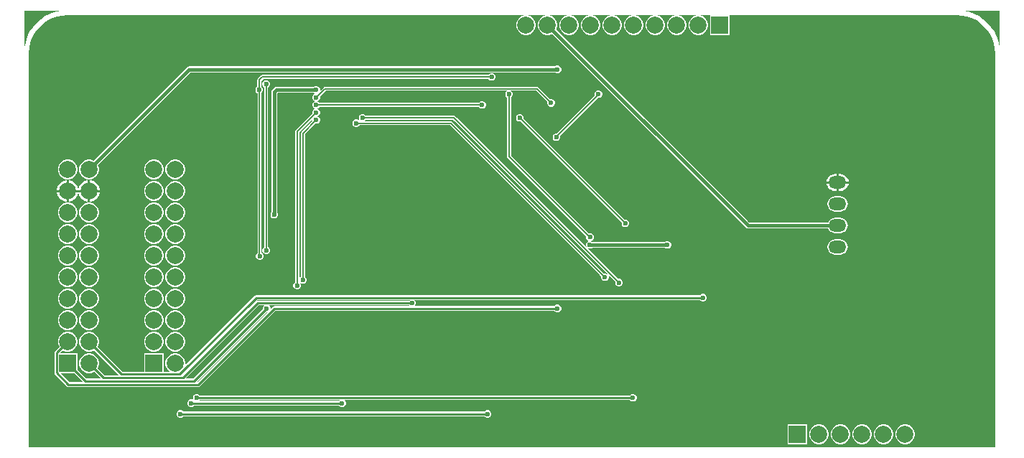
<source format=gbl>
G04*
G04 #@! TF.GenerationSoftware,Altium Limited,Altium Designer,21.2.0 (30)*
G04*
G04 Layer_Physical_Order=2*
G04 Layer_Color=16711680*
%FSLAX25Y25*%
%MOIN*%
G70*
G04*
G04 #@! TF.SameCoordinates,50EEE562-DE44-4F6C-8D0E-6D451127BC4F*
G04*
G04*
G04 #@! TF.FilePolarity,Positive*
G04*
G01*
G75*
%ADD12C,0.01000*%
%ADD43C,0.01500*%
%ADD44C,0.00600*%
%ADD46O,0.08268X0.05906*%
%ADD47C,0.07874*%
%ADD48R,0.07874X0.07874*%
%ADD49R,0.07874X0.07874*%
%ADD50C,0.02362*%
G36*
X435367Y202477D02*
X437623Y202028D01*
X439802Y201289D01*
X441865Y200271D01*
X443778Y198993D01*
X445508Y197476D01*
X447025Y195747D01*
X448303Y193834D01*
X449321Y191770D01*
X450060Y189592D01*
X450509Y187335D01*
X450657Y185074D01*
X450650Y185039D01*
X450650Y2106D01*
X2106D01*
X2106Y185039D01*
X2106Y185039D01*
X2106D01*
X2099Y185074D01*
X2247Y187335D01*
X2696Y189592D01*
X3435Y191770D01*
X4453Y193834D01*
X5731Y195747D01*
X7248Y197476D01*
X8978Y198993D01*
X10891Y200271D01*
X12954Y201289D01*
X15133Y202028D01*
X17389Y202477D01*
X19650Y202625D01*
X19685Y202619D01*
X433071D01*
X433106Y202625D01*
X435367Y202477D01*
D02*
G37*
G36*
X17095Y204713D02*
X14549Y204206D01*
X12091Y203372D01*
X9763Y202224D01*
X7605Y200782D01*
X5654Y199071D01*
X3942Y197119D01*
X2500Y194961D01*
X1352Y192633D01*
X518Y190175D01*
X12Y187629D01*
X0Y187454D01*
Y204724D01*
X17271D01*
X17095Y204713D01*
D02*
G37*
G36*
X452756Y187454D02*
X452744Y187629D01*
X452238Y190175D01*
X451404Y192633D01*
X450256Y194961D01*
X448814Y197119D01*
X447102Y199071D01*
X445151Y200782D01*
X442992Y202224D01*
X440665Y203372D01*
X438207Y204206D01*
X435661Y204713D01*
X435485Y204724D01*
X452756D01*
Y187454D01*
D02*
G37*
%LPC*%
G36*
X327372Y202561D02*
X318298D01*
Y193487D01*
X327372D01*
Y202561D01*
D02*
G37*
G36*
X313432D02*
X312237D01*
X311083Y202251D01*
X310049Y201654D01*
X309204Y200809D01*
X308607Y199775D01*
X308298Y198621D01*
Y197426D01*
X308607Y196272D01*
X309204Y195238D01*
X310049Y194393D01*
X311083Y193796D01*
X312237Y193487D01*
X313432D01*
X314586Y193796D01*
X315620Y194393D01*
X316465Y195238D01*
X317062Y196272D01*
X317372Y197426D01*
Y198621D01*
X317062Y199775D01*
X316465Y200809D01*
X315620Y201654D01*
X314586Y202251D01*
X313432Y202561D01*
D02*
G37*
G36*
X303432D02*
X302237D01*
X301083Y202251D01*
X300049Y201654D01*
X299204Y200809D01*
X298607Y199775D01*
X298298Y198621D01*
Y197426D01*
X298607Y196272D01*
X299204Y195238D01*
X300049Y194393D01*
X301083Y193796D01*
X302237Y193487D01*
X303432D01*
X304586Y193796D01*
X305620Y194393D01*
X306465Y195238D01*
X307063Y196272D01*
X307372Y197426D01*
Y198621D01*
X307063Y199775D01*
X306465Y200809D01*
X305620Y201654D01*
X304586Y202251D01*
X303432Y202561D01*
D02*
G37*
G36*
X293432D02*
X292237D01*
X291083Y202251D01*
X290049Y201654D01*
X289204Y200809D01*
X288607Y199775D01*
X288298Y198621D01*
Y197426D01*
X288607Y196272D01*
X289204Y195238D01*
X290049Y194393D01*
X291083Y193796D01*
X292237Y193487D01*
X293432D01*
X294586Y193796D01*
X295620Y194393D01*
X296465Y195238D01*
X297062Y196272D01*
X297372Y197426D01*
Y198621D01*
X297062Y199775D01*
X296465Y200809D01*
X295620Y201654D01*
X294586Y202251D01*
X293432Y202561D01*
D02*
G37*
G36*
X283432D02*
X282237D01*
X281083Y202251D01*
X280049Y201654D01*
X279204Y200809D01*
X278607Y199775D01*
X278298Y198621D01*
Y197426D01*
X278607Y196272D01*
X279204Y195238D01*
X280049Y194393D01*
X281083Y193796D01*
X282237Y193487D01*
X283432D01*
X284586Y193796D01*
X285620Y194393D01*
X286465Y195238D01*
X287063Y196272D01*
X287372Y197426D01*
Y198621D01*
X287063Y199775D01*
X286465Y200809D01*
X285620Y201654D01*
X284586Y202251D01*
X283432Y202561D01*
D02*
G37*
G36*
X273432D02*
X272237D01*
X271083Y202251D01*
X270049Y201654D01*
X269204Y200809D01*
X268607Y199775D01*
X268298Y198621D01*
Y197426D01*
X268607Y196272D01*
X269204Y195238D01*
X270049Y194393D01*
X271083Y193796D01*
X272237Y193487D01*
X273432D01*
X274586Y193796D01*
X275620Y194393D01*
X276465Y195238D01*
X277063Y196272D01*
X277372Y197426D01*
Y198621D01*
X277063Y199775D01*
X276465Y200809D01*
X275620Y201654D01*
X274586Y202251D01*
X273432Y202561D01*
D02*
G37*
G36*
X263432D02*
X262237D01*
X261083Y202251D01*
X260049Y201654D01*
X259204Y200809D01*
X258607Y199775D01*
X258298Y198621D01*
Y197426D01*
X258607Y196272D01*
X259204Y195238D01*
X260049Y194393D01*
X261083Y193796D01*
X262237Y193487D01*
X263432D01*
X264586Y193796D01*
X265620Y194393D01*
X266465Y195238D01*
X267062Y196272D01*
X267372Y197426D01*
Y198621D01*
X267062Y199775D01*
X266465Y200809D01*
X265620Y201654D01*
X264586Y202251D01*
X263432Y202561D01*
D02*
G37*
G36*
X253432D02*
X252237D01*
X251083Y202251D01*
X250049Y201654D01*
X249204Y200809D01*
X248607Y199775D01*
X248298Y198621D01*
Y197426D01*
X248607Y196272D01*
X249204Y195238D01*
X250049Y194393D01*
X251083Y193796D01*
X252237Y193487D01*
X253432D01*
X254586Y193796D01*
X255620Y194393D01*
X256465Y195238D01*
X257063Y196272D01*
X257372Y197426D01*
Y198621D01*
X257063Y199775D01*
X256465Y200809D01*
X255620Y201654D01*
X254586Y202251D01*
X253432Y202561D01*
D02*
G37*
G36*
X233432D02*
X232237D01*
X231083Y202251D01*
X230049Y201654D01*
X229204Y200809D01*
X228607Y199775D01*
X228298Y198621D01*
Y197426D01*
X228607Y196272D01*
X229204Y195238D01*
X230049Y194393D01*
X231083Y193796D01*
X232237Y193487D01*
X233432D01*
X234586Y193796D01*
X235620Y194393D01*
X236465Y195238D01*
X237063Y196272D01*
X237372Y197426D01*
Y198621D01*
X237063Y199775D01*
X236465Y200809D01*
X235620Y201654D01*
X234586Y202251D01*
X233432Y202561D01*
D02*
G37*
G36*
X247854Y179281D02*
X247146D01*
X246491Y179010D01*
X246358Y178876D01*
X76476D01*
X76476Y178876D01*
X75950Y178772D01*
X75503Y178473D01*
X75503Y178473D01*
X32087Y135057D01*
X31751Y135251D01*
X30597Y135561D01*
X29403D01*
X28249Y135251D01*
X27214Y134654D01*
X26370Y133809D01*
X25772Y132775D01*
X25463Y131621D01*
Y130426D01*
X25772Y129272D01*
X26370Y128238D01*
X27214Y127393D01*
X28249Y126796D01*
X29403Y126487D01*
X30597D01*
X31751Y126796D01*
X32786Y127393D01*
X33630Y128238D01*
X34228Y129272D01*
X34537Y130426D01*
Y131621D01*
X34228Y132775D01*
X34034Y133111D01*
X77047Y176124D01*
X246358D01*
X246491Y175990D01*
X247146Y175719D01*
X247854D01*
X248509Y175990D01*
X249010Y176491D01*
X249281Y177146D01*
Y177854D01*
X249010Y178509D01*
X248509Y179010D01*
X247854Y179281D01*
D02*
G37*
G36*
X217354Y175781D02*
X216646D01*
X215991Y175510D01*
X215490Y175009D01*
X215452Y174918D01*
X110500D01*
X110149Y174848D01*
X109851Y174649D01*
X108432Y173230D01*
X108233Y172932D01*
X108163Y172581D01*
Y169581D01*
X107991Y169510D01*
X107490Y169009D01*
X107219Y168354D01*
Y167646D01*
X107490Y166991D01*
X107991Y166490D01*
X108193Y166407D01*
Y92212D01*
X107711Y91729D01*
X107439Y91075D01*
Y90366D01*
X107711Y89712D01*
X108212Y89210D01*
X108866Y88939D01*
X109575D01*
X110229Y89210D01*
X110730Y89712D01*
X111002Y90366D01*
Y91075D01*
X110730Y91729D01*
X110229Y92230D01*
X110028Y92314D01*
Y166509D01*
X110510Y166991D01*
X110781Y167646D01*
Y168354D01*
X110510Y169009D01*
X110009Y169510D01*
X109999Y169514D01*
Y172201D01*
X110880Y173082D01*
X215452D01*
X215490Y172991D01*
X215991Y172490D01*
X216646Y172219D01*
X217354D01*
X218009Y172490D01*
X218510Y172991D01*
X218781Y173646D01*
Y174354D01*
X218510Y175009D01*
X218009Y175510D01*
X217354Y175781D01*
D02*
G37*
G36*
X135854Y169781D02*
X135146D01*
X134491Y169510D01*
X134358Y169376D01*
X117000D01*
X116473Y169272D01*
X116294Y169152D01*
X116027Y168973D01*
X116027Y168973D01*
X115027Y167973D01*
X114728Y167527D01*
X114624Y167000D01*
Y111142D01*
X114490Y111009D01*
X114219Y110354D01*
Y109646D01*
X114490Y108991D01*
X114991Y108490D01*
X115646Y108219D01*
X116354D01*
X117009Y108490D01*
X117510Y108991D01*
X117781Y109646D01*
Y110354D01*
X117510Y111009D01*
X117376Y111142D01*
Y166430D01*
X117570Y166624D01*
X134358D01*
X134491Y166490D01*
X135071Y166250D01*
X134491Y166010D01*
X133990Y165509D01*
X133719Y164854D01*
Y164146D01*
X133990Y163491D01*
X134491Y162990D01*
X135071Y162750D01*
X134491Y162510D01*
X133990Y162009D01*
X133719Y161354D01*
Y160646D01*
X133990Y159991D01*
X134491Y159490D01*
X135071Y159250D01*
X134491Y159010D01*
X133990Y158509D01*
X133719Y157854D01*
Y157146D01*
X133757Y157054D01*
X125961Y149259D01*
X125762Y148961D01*
X125693Y148610D01*
Y78658D01*
X125601Y78620D01*
X125100Y78119D01*
X124829Y77464D01*
Y76756D01*
X125100Y76101D01*
X125601Y75600D01*
X126256Y75329D01*
X126964D01*
X127619Y75600D01*
X128120Y76101D01*
X128391Y76756D01*
Y77464D01*
X128120Y78119D01*
X127619Y78620D01*
X127528Y78658D01*
Y148230D01*
X133766Y154469D01*
X133719Y154354D01*
Y153646D01*
X133757Y153554D01*
X128666Y148463D01*
X128467Y148166D01*
X128397Y147814D01*
Y81233D01*
X128305Y81196D01*
X127805Y80695D01*
X127533Y80040D01*
Y79331D01*
X127805Y78677D01*
X128305Y78176D01*
X128960Y77904D01*
X129669D01*
X130323Y78176D01*
X130824Y78677D01*
X131096Y79331D01*
Y80040D01*
X130824Y80695D01*
X130323Y81196D01*
X130232Y81233D01*
Y147434D01*
X135054Y152257D01*
X135146Y152219D01*
X135854D01*
X136509Y152490D01*
X137010Y152991D01*
X137281Y153646D01*
Y154354D01*
X137010Y155009D01*
X136509Y155510D01*
X135929Y155750D01*
X136509Y155990D01*
X137010Y156491D01*
X137281Y157146D01*
Y157854D01*
X137010Y158509D01*
X136509Y159010D01*
X135929Y159250D01*
X136509Y159490D01*
X137010Y159991D01*
X137047Y160081D01*
X210954D01*
X210992Y159989D01*
X211493Y159488D01*
X212148Y159217D01*
X212857D01*
X213511Y159488D01*
X214012Y159989D01*
X214283Y160643D01*
Y161352D01*
X214012Y162007D01*
X213511Y162508D01*
X212857Y162779D01*
X212148D01*
X211493Y162508D01*
X210992Y162007D01*
X210955Y161916D01*
X137048D01*
X137010Y162009D01*
X136509Y162510D01*
X135929Y162750D01*
X136509Y162990D01*
X137010Y163491D01*
X137281Y164146D01*
Y164854D01*
X137243Y164946D01*
X139880Y167582D01*
X224166D01*
X223991Y167510D01*
X223490Y167009D01*
X223219Y166354D01*
Y165646D01*
X223490Y164991D01*
X223991Y164490D01*
X224082Y164452D01*
Y137000D01*
X224152Y136649D01*
X224351Y136351D01*
X260773Y99929D01*
X260759Y99894D01*
Y99186D01*
X261030Y98531D01*
X261531Y98030D01*
X262139Y97778D01*
X261491Y97510D01*
X260990Y97009D01*
X260719Y96354D01*
Y95646D01*
X260990Y94991D01*
X261491Y94490D01*
X262146Y94219D01*
X262854D01*
X263509Y94490D01*
X263673Y94655D01*
X297326D01*
X297491Y94490D01*
X298146Y94219D01*
X298854D01*
X299509Y94490D01*
X300010Y94991D01*
X300281Y95646D01*
Y96354D01*
X300010Y97009D01*
X299509Y97510D01*
X298854Y97781D01*
X298146D01*
X297491Y97510D01*
X297389Y97408D01*
X263611D01*
X263509Y97510D01*
X262901Y97762D01*
X263549Y98030D01*
X264050Y98531D01*
X264321Y99186D01*
Y99894D01*
X264050Y100549D01*
X263549Y101050D01*
X262894Y101321D01*
X262186D01*
X262038Y101260D01*
X225918Y137380D01*
Y164452D01*
X226009Y164490D01*
X226510Y164991D01*
X226781Y165646D01*
Y166354D01*
X226510Y167009D01*
X226009Y167510D01*
X225834Y167582D01*
X237636D01*
X242790Y162428D01*
X242719Y162257D01*
Y161549D01*
X242990Y160894D01*
X243491Y160393D01*
X244146Y160122D01*
X244854D01*
X245509Y160393D01*
X246010Y160894D01*
X246281Y161549D01*
Y162257D01*
X246010Y162912D01*
X245509Y163413D01*
X244854Y163684D01*
X244146D01*
X244134Y163679D01*
X238665Y169149D01*
X238367Y169348D01*
X238016Y169418D01*
X139500D01*
X139207Y169359D01*
X139149Y169348D01*
X138851Y169149D01*
X137234Y167532D01*
X137281Y167646D01*
Y168354D01*
X137010Y169009D01*
X136509Y169510D01*
X135854Y169781D01*
D02*
G37*
G36*
X157354Y156781D02*
X156646D01*
X155991Y156510D01*
X155490Y156009D01*
X155219Y155354D01*
Y154646D01*
X155490Y153991D01*
X155991Y153490D01*
X156166Y153418D01*
X155548D01*
X155510Y153509D01*
X155009Y154010D01*
X154354Y154281D01*
X153646D01*
X152991Y154010D01*
X152490Y153509D01*
X152219Y152854D01*
Y152146D01*
X152490Y151491D01*
X152991Y150990D01*
X153646Y150719D01*
X154354D01*
X155009Y150990D01*
X155510Y151491D01*
X155548Y151582D01*
X197620D01*
X267757Y81446D01*
X267719Y81354D01*
Y80646D01*
X267990Y79991D01*
X268491Y79490D01*
X269146Y79219D01*
X269854D01*
X270509Y79490D01*
X271010Y79991D01*
X271281Y80646D01*
Y81354D01*
X271010Y82009D01*
X270509Y82510D01*
X269854Y82781D01*
X269146D01*
X269054Y82743D01*
X198649Y153149D01*
X198351Y153348D01*
X198000Y153418D01*
X157834D01*
X158009Y153490D01*
X158510Y153991D01*
X158548Y154082D01*
X199120D01*
X274257Y78946D01*
X274219Y78854D01*
Y78146D01*
X274490Y77491D01*
X274991Y76990D01*
X275646Y76719D01*
X276354D01*
X277009Y76990D01*
X277510Y77491D01*
X277781Y78146D01*
Y78854D01*
X277510Y79509D01*
X277009Y80010D01*
X276354Y80281D01*
X275646D01*
X275554Y80243D01*
X200149Y155649D01*
X199851Y155848D01*
X199500Y155918D01*
X158548D01*
X158510Y156009D01*
X158009Y156510D01*
X157354Y156781D01*
D02*
G37*
G36*
X266854Y167781D02*
X266146D01*
X265491Y167510D01*
X264990Y167009D01*
X264719Y166354D01*
Y165646D01*
X264830Y165378D01*
X247233Y147781D01*
X246646D01*
X245991Y147510D01*
X245490Y147009D01*
X245219Y146354D01*
Y145646D01*
X245490Y144991D01*
X245991Y144490D01*
X246646Y144219D01*
X247354D01*
X248009Y144490D01*
X248510Y144991D01*
X248781Y145646D01*
Y146354D01*
X248670Y146622D01*
X266267Y164219D01*
X266854D01*
X267509Y164490D01*
X268010Y164991D01*
X268281Y165646D01*
Y166354D01*
X268010Y167009D01*
X267509Y167510D01*
X266854Y167781D01*
D02*
G37*
G36*
X70597Y135561D02*
X69403D01*
X68249Y135251D01*
X67214Y134654D01*
X66369Y133809D01*
X65772Y132775D01*
X65463Y131621D01*
Y130426D01*
X65772Y129272D01*
X66369Y128238D01*
X67214Y127393D01*
X68249Y126796D01*
X69403Y126487D01*
X70597D01*
X71751Y126796D01*
X72786Y127393D01*
X73630Y128238D01*
X74228Y129272D01*
X74537Y130426D01*
Y131621D01*
X74228Y132775D01*
X73630Y133809D01*
X72786Y134654D01*
X71751Y135251D01*
X70597Y135561D01*
D02*
G37*
G36*
X60697D02*
X59502D01*
X58348Y135251D01*
X57313Y134654D01*
X56469Y133809D01*
X55871Y132775D01*
X55562Y131621D01*
Y130426D01*
X55871Y129272D01*
X56469Y128238D01*
X57313Y127393D01*
X58348Y126796D01*
X59502Y126487D01*
X60697D01*
X61850Y126796D01*
X62885Y127393D01*
X63730Y128238D01*
X64327Y129272D01*
X64636Y130426D01*
Y131621D01*
X64327Y132775D01*
X63730Y133809D01*
X62885Y134654D01*
X61850Y135251D01*
X60697Y135561D01*
D02*
G37*
G36*
X20696D02*
X19502D01*
X18348Y135251D01*
X17313Y134654D01*
X16469Y133809D01*
X15871Y132775D01*
X15562Y131621D01*
Y130426D01*
X15871Y129272D01*
X16469Y128238D01*
X17313Y127393D01*
X18348Y126796D01*
X19502Y126487D01*
X20696D01*
X21850Y126796D01*
X22885Y127393D01*
X23730Y128238D01*
X24327Y129272D01*
X24636Y130426D01*
Y131621D01*
X24327Y132775D01*
X23730Y133809D01*
X22885Y134654D01*
X21850Y135251D01*
X20696Y135561D01*
D02*
G37*
G36*
X378681Y128987D02*
X378000D01*
Y125500D01*
X382602D01*
X382532Y126032D01*
X382134Y126993D01*
X381500Y127819D01*
X380675Y128453D01*
X379713Y128851D01*
X378681Y128987D01*
D02*
G37*
G36*
X377000D02*
X376319D01*
X375287Y128851D01*
X374325Y128453D01*
X373500Y127819D01*
X372866Y126993D01*
X372468Y126032D01*
X372398Y125500D01*
X377000D01*
Y128987D01*
D02*
G37*
G36*
X30650Y125961D02*
X30500D01*
Y121524D01*
X34937D01*
Y121674D01*
X34600Y122929D01*
X33950Y124055D01*
X33031Y124974D01*
X31906Y125624D01*
X30650Y125961D01*
D02*
G37*
G36*
X20749D02*
X20599D01*
Y121524D01*
X25036D01*
Y121674D01*
X24700Y122929D01*
X24050Y124055D01*
X23131Y124974D01*
X22005Y125624D01*
X20749Y125961D01*
D02*
G37*
G36*
X29500D02*
X29350D01*
X28094Y125624D01*
X26969Y124974D01*
X26049Y124055D01*
X25399Y122929D01*
X25063Y121674D01*
Y121524D01*
X29500D01*
Y125961D01*
D02*
G37*
G36*
X19599D02*
X19449D01*
X18193Y125624D01*
X17068Y124974D01*
X16149Y124055D01*
X15499Y122929D01*
X15162Y121674D01*
Y121524D01*
X19599D01*
Y125961D01*
D02*
G37*
G36*
X382602Y124500D02*
X378000D01*
Y121013D01*
X378681D01*
X379713Y121149D01*
X380675Y121547D01*
X381500Y122181D01*
X382134Y123007D01*
X382532Y123968D01*
X382602Y124500D01*
D02*
G37*
G36*
X377000D02*
X372398D01*
X372468Y123968D01*
X372866Y123007D01*
X373500Y122181D01*
X374325Y121547D01*
X375287Y121149D01*
X376319Y121013D01*
X377000D01*
Y124500D01*
D02*
G37*
G36*
X70597Y125561D02*
X69403D01*
X68249Y125251D01*
X67214Y124654D01*
X66369Y123809D01*
X65772Y122775D01*
X65463Y121621D01*
Y120426D01*
X65772Y119272D01*
X66369Y118238D01*
X67214Y117393D01*
X68249Y116796D01*
X69403Y116487D01*
X70597D01*
X71751Y116796D01*
X72786Y117393D01*
X73630Y118238D01*
X74228Y119272D01*
X74537Y120426D01*
Y121621D01*
X74228Y122775D01*
X73630Y123809D01*
X72786Y124654D01*
X71751Y125251D01*
X70597Y125561D01*
D02*
G37*
G36*
X60697D02*
X59502D01*
X58348Y125251D01*
X57313Y124654D01*
X56469Y123809D01*
X55871Y122775D01*
X55562Y121621D01*
Y120426D01*
X55871Y119272D01*
X56469Y118238D01*
X57313Y117393D01*
X58348Y116796D01*
X59502Y116487D01*
X60697D01*
X61850Y116796D01*
X62885Y117393D01*
X63730Y118238D01*
X64327Y119272D01*
X64636Y120426D01*
Y121621D01*
X64327Y122775D01*
X63730Y123809D01*
X62885Y124654D01*
X61850Y125251D01*
X60697Y125561D01*
D02*
G37*
G36*
X34937Y120524D02*
X30500D01*
Y116087D01*
X30650D01*
X31906Y116423D01*
X33031Y117073D01*
X33950Y117992D01*
X34600Y119118D01*
X34937Y120374D01*
Y120524D01*
D02*
G37*
G36*
X29500D02*
X25063D01*
Y120374D01*
X25399Y119118D01*
X26049Y117992D01*
X26969Y117073D01*
X28094Y116423D01*
X29350Y116087D01*
X29500D01*
Y120524D01*
D02*
G37*
G36*
X25036D02*
X20599D01*
Y116087D01*
X20749D01*
X22005Y116423D01*
X23131Y117073D01*
X24050Y117992D01*
X24700Y119118D01*
X25036Y120374D01*
Y120524D01*
D02*
G37*
G36*
X19599D02*
X15162D01*
Y120374D01*
X15499Y119118D01*
X16149Y117992D01*
X17068Y117073D01*
X18193Y116423D01*
X19449Y116087D01*
X19599D01*
Y120524D01*
D02*
G37*
G36*
X378681Y118583D02*
X376319D01*
X375391Y118461D01*
X374527Y118103D01*
X373785Y117534D01*
X373216Y116792D01*
X372858Y115927D01*
X372736Y115000D01*
X372858Y114073D01*
X373216Y113208D01*
X373785Y112466D01*
X374527Y111897D01*
X375391Y111539D01*
X376319Y111417D01*
X378681D01*
X379609Y111539D01*
X380473Y111897D01*
X381215Y112466D01*
X381784Y113208D01*
X382142Y114073D01*
X382264Y115000D01*
X382142Y115927D01*
X381784Y116792D01*
X381215Y117534D01*
X380473Y118103D01*
X379609Y118461D01*
X378681Y118583D01*
D02*
G37*
G36*
X70597Y115561D02*
X69403D01*
X68249Y115251D01*
X67214Y114654D01*
X66369Y113809D01*
X65772Y112775D01*
X65463Y111621D01*
Y110426D01*
X65772Y109272D01*
X66369Y108238D01*
X67214Y107393D01*
X68249Y106796D01*
X69403Y106487D01*
X70597D01*
X71751Y106796D01*
X72786Y107393D01*
X73630Y108238D01*
X74228Y109272D01*
X74537Y110426D01*
Y111621D01*
X74228Y112775D01*
X73630Y113809D01*
X72786Y114654D01*
X71751Y115251D01*
X70597Y115561D01*
D02*
G37*
G36*
X60697D02*
X59502D01*
X58348Y115251D01*
X57313Y114654D01*
X56469Y113809D01*
X55871Y112775D01*
X55562Y111621D01*
Y110426D01*
X55871Y109272D01*
X56469Y108238D01*
X57313Y107393D01*
X58348Y106796D01*
X59502Y106487D01*
X60697D01*
X61850Y106796D01*
X62885Y107393D01*
X63730Y108238D01*
X64327Y109272D01*
X64636Y110426D01*
Y111621D01*
X64327Y112775D01*
X63730Y113809D01*
X62885Y114654D01*
X61850Y115251D01*
X60697Y115561D01*
D02*
G37*
G36*
X30597D02*
X29403D01*
X28249Y115251D01*
X27214Y114654D01*
X26370Y113809D01*
X25772Y112775D01*
X25463Y111621D01*
Y110426D01*
X25772Y109272D01*
X26370Y108238D01*
X27214Y107393D01*
X28249Y106796D01*
X29403Y106487D01*
X30597D01*
X31751Y106796D01*
X32786Y107393D01*
X33630Y108238D01*
X34228Y109272D01*
X34537Y110426D01*
Y111621D01*
X34228Y112775D01*
X33630Y113809D01*
X32786Y114654D01*
X31751Y115251D01*
X30597Y115561D01*
D02*
G37*
G36*
X20696D02*
X19502D01*
X18348Y115251D01*
X17313Y114654D01*
X16469Y113809D01*
X15871Y112775D01*
X15562Y111621D01*
Y110426D01*
X15871Y109272D01*
X16469Y108238D01*
X17313Y107393D01*
X18348Y106796D01*
X19502Y106487D01*
X20696D01*
X21850Y106796D01*
X22885Y107393D01*
X23730Y108238D01*
X24327Y109272D01*
X24636Y110426D01*
Y111621D01*
X24327Y112775D01*
X23730Y113809D01*
X22885Y114654D01*
X21850Y115251D01*
X20696Y115561D01*
D02*
G37*
G36*
X230354Y156781D02*
X229646D01*
X228991Y156510D01*
X228490Y156009D01*
X228219Y155354D01*
Y154646D01*
X228490Y153991D01*
X228991Y153490D01*
X229646Y153219D01*
X230354D01*
X230446Y153257D01*
X277257Y106446D01*
X277219Y106354D01*
Y105646D01*
X277490Y104991D01*
X277991Y104490D01*
X278646Y104219D01*
X279354D01*
X280009Y104490D01*
X280510Y104991D01*
X280781Y105646D01*
Y106354D01*
X280510Y107009D01*
X280009Y107510D01*
X279354Y107781D01*
X278646D01*
X278554Y107743D01*
X231743Y154554D01*
X231781Y154646D01*
Y155354D01*
X231510Y156009D01*
X231009Y156510D01*
X230354Y156781D01*
D02*
G37*
G36*
X243432Y202561D02*
X242237D01*
X241083Y202251D01*
X240049Y201654D01*
X239204Y200809D01*
X238607Y199775D01*
X238298Y198621D01*
Y197426D01*
X238607Y196272D01*
X239204Y195238D01*
X240049Y194393D01*
X241083Y193796D01*
X242237Y193487D01*
X243432D01*
X244586Y193796D01*
X244922Y193990D01*
X334885Y104027D01*
X334885Y104027D01*
X335332Y103728D01*
X335858Y103623D01*
X335858Y103624D01*
X373044D01*
X373216Y103208D01*
X373785Y102466D01*
X374527Y101897D01*
X375391Y101539D01*
X376319Y101417D01*
X378681D01*
X379609Y101539D01*
X380473Y101897D01*
X381215Y102466D01*
X381784Y103208D01*
X382142Y104073D01*
X382264Y105000D01*
X382142Y105927D01*
X381784Y106792D01*
X381215Y107534D01*
X380473Y108103D01*
X379609Y108461D01*
X378681Y108583D01*
X376319D01*
X375391Y108461D01*
X374527Y108103D01*
X373785Y107534D01*
X373216Y106792D01*
X373044Y106376D01*
X336428D01*
X246868Y195936D01*
X247062Y196272D01*
X247372Y197426D01*
Y198621D01*
X247062Y199775D01*
X246465Y200809D01*
X245620Y201654D01*
X244586Y202251D01*
X243432Y202561D01*
D02*
G37*
G36*
X70597Y105561D02*
X69403D01*
X68249Y105251D01*
X67214Y104654D01*
X66369Y103809D01*
X65772Y102775D01*
X65463Y101621D01*
Y100426D01*
X65772Y99272D01*
X66369Y98238D01*
X67214Y97393D01*
X68249Y96796D01*
X69403Y96487D01*
X70597D01*
X71751Y96796D01*
X72786Y97393D01*
X73630Y98238D01*
X74228Y99272D01*
X74537Y100426D01*
Y101621D01*
X74228Y102775D01*
X73630Y103809D01*
X72786Y104654D01*
X71751Y105251D01*
X70597Y105561D01*
D02*
G37*
G36*
X60697D02*
X59502D01*
X58348Y105251D01*
X57313Y104654D01*
X56469Y103809D01*
X55871Y102775D01*
X55562Y101621D01*
Y100426D01*
X55871Y99272D01*
X56469Y98238D01*
X57313Y97393D01*
X58348Y96796D01*
X59502Y96487D01*
X60697D01*
X61850Y96796D01*
X62885Y97393D01*
X63730Y98238D01*
X64327Y99272D01*
X64636Y100426D01*
Y101621D01*
X64327Y102775D01*
X63730Y103809D01*
X62885Y104654D01*
X61850Y105251D01*
X60697Y105561D01*
D02*
G37*
G36*
X30597D02*
X29403D01*
X28249Y105251D01*
X27214Y104654D01*
X26370Y103809D01*
X25772Y102775D01*
X25463Y101621D01*
Y100426D01*
X25772Y99272D01*
X26370Y98238D01*
X27214Y97393D01*
X28249Y96796D01*
X29403Y96487D01*
X30597D01*
X31751Y96796D01*
X32786Y97393D01*
X33630Y98238D01*
X34228Y99272D01*
X34537Y100426D01*
Y101621D01*
X34228Y102775D01*
X33630Y103809D01*
X32786Y104654D01*
X31751Y105251D01*
X30597Y105561D01*
D02*
G37*
G36*
X20696D02*
X19502D01*
X18348Y105251D01*
X17313Y104654D01*
X16469Y103809D01*
X15871Y102775D01*
X15562Y101621D01*
Y100426D01*
X15871Y99272D01*
X16469Y98238D01*
X17313Y97393D01*
X18348Y96796D01*
X19502Y96487D01*
X20696D01*
X21850Y96796D01*
X22885Y97393D01*
X23730Y98238D01*
X24327Y99272D01*
X24636Y100426D01*
Y101621D01*
X24327Y102775D01*
X23730Y103809D01*
X22885Y104654D01*
X21850Y105251D01*
X20696Y105561D01*
D02*
G37*
G36*
X112540Y172350D02*
X111831D01*
X111177Y172079D01*
X110676Y171578D01*
X110405Y170923D01*
Y170215D01*
X110676Y169560D01*
X111177Y169059D01*
X111281Y169016D01*
Y95042D01*
X111203Y95010D01*
X110702Y94509D01*
X110431Y93854D01*
Y93146D01*
X110702Y92491D01*
X111203Y91990D01*
X111858Y91719D01*
X112566D01*
X113221Y91990D01*
X113722Y92491D01*
X113993Y93146D01*
Y93854D01*
X113722Y94509D01*
X113221Y95010D01*
X113117Y95053D01*
Y169027D01*
X113195Y169059D01*
X113696Y169560D01*
X113967Y170215D01*
Y170923D01*
X113696Y171578D01*
X113195Y172079D01*
X112540Y172350D01*
D02*
G37*
G36*
X378681Y98583D02*
X376319D01*
X375391Y98461D01*
X374527Y98103D01*
X373785Y97534D01*
X373216Y96792D01*
X372858Y95927D01*
X372736Y95000D01*
X372858Y94073D01*
X373216Y93208D01*
X373785Y92466D01*
X374527Y91897D01*
X375391Y91539D01*
X376319Y91417D01*
X378681D01*
X379609Y91539D01*
X380473Y91897D01*
X381215Y92466D01*
X381784Y93208D01*
X382142Y94073D01*
X382264Y95000D01*
X382142Y95927D01*
X381784Y96792D01*
X381215Y97534D01*
X380473Y98103D01*
X379609Y98461D01*
X378681Y98583D01*
D02*
G37*
G36*
X70597Y95561D02*
X69403D01*
X68249Y95251D01*
X67214Y94654D01*
X66369Y93809D01*
X65772Y92775D01*
X65463Y91621D01*
Y90426D01*
X65772Y89272D01*
X66369Y88238D01*
X67214Y87393D01*
X68249Y86796D01*
X69403Y86487D01*
X70597D01*
X71751Y86796D01*
X72786Y87393D01*
X73630Y88238D01*
X74228Y89272D01*
X74537Y90426D01*
Y91621D01*
X74228Y92775D01*
X73630Y93809D01*
X72786Y94654D01*
X71751Y95251D01*
X70597Y95561D01*
D02*
G37*
G36*
X60697D02*
X59502D01*
X58348Y95251D01*
X57313Y94654D01*
X56469Y93809D01*
X55871Y92775D01*
X55562Y91621D01*
Y90426D01*
X55871Y89272D01*
X56469Y88238D01*
X57313Y87393D01*
X58348Y86796D01*
X59502Y86487D01*
X60697D01*
X61850Y86796D01*
X62885Y87393D01*
X63730Y88238D01*
X64327Y89272D01*
X64636Y90426D01*
Y91621D01*
X64327Y92775D01*
X63730Y93809D01*
X62885Y94654D01*
X61850Y95251D01*
X60697Y95561D01*
D02*
G37*
G36*
X30597D02*
X29403D01*
X28249Y95251D01*
X27214Y94654D01*
X26370Y93809D01*
X25772Y92775D01*
X25463Y91621D01*
Y90426D01*
X25772Y89272D01*
X26370Y88238D01*
X27214Y87393D01*
X28249Y86796D01*
X29403Y86487D01*
X30597D01*
X31751Y86796D01*
X32786Y87393D01*
X33630Y88238D01*
X34228Y89272D01*
X34537Y90426D01*
Y91621D01*
X34228Y92775D01*
X33630Y93809D01*
X32786Y94654D01*
X31751Y95251D01*
X30597Y95561D01*
D02*
G37*
G36*
X20696D02*
X19502D01*
X18348Y95251D01*
X17313Y94654D01*
X16469Y93809D01*
X15871Y92775D01*
X15562Y91621D01*
Y90426D01*
X15871Y89272D01*
X16469Y88238D01*
X17313Y87393D01*
X18348Y86796D01*
X19502Y86487D01*
X20696D01*
X21850Y86796D01*
X22885Y87393D01*
X23730Y88238D01*
X24327Y89272D01*
X24636Y90426D01*
Y91621D01*
X24327Y92775D01*
X23730Y93809D01*
X22885Y94654D01*
X21850Y95251D01*
X20696Y95561D01*
D02*
G37*
G36*
X70597Y85561D02*
X69403D01*
X68249Y85251D01*
X67214Y84654D01*
X66369Y83809D01*
X65772Y82775D01*
X65463Y81621D01*
Y80426D01*
X65772Y79272D01*
X66369Y78238D01*
X67214Y77393D01*
X68249Y76796D01*
X69403Y76487D01*
X70597D01*
X71751Y76796D01*
X72786Y77393D01*
X73630Y78238D01*
X74228Y79272D01*
X74537Y80426D01*
Y81621D01*
X74228Y82775D01*
X73630Y83809D01*
X72786Y84654D01*
X71751Y85251D01*
X70597Y85561D01*
D02*
G37*
G36*
X60697D02*
X59502D01*
X58348Y85251D01*
X57313Y84654D01*
X56469Y83809D01*
X55871Y82775D01*
X55562Y81621D01*
Y80426D01*
X55871Y79272D01*
X56469Y78238D01*
X57313Y77393D01*
X58348Y76796D01*
X59502Y76487D01*
X60697D01*
X61850Y76796D01*
X62885Y77393D01*
X63730Y78238D01*
X64327Y79272D01*
X64636Y80426D01*
Y81621D01*
X64327Y82775D01*
X63730Y83809D01*
X62885Y84654D01*
X61850Y85251D01*
X60697Y85561D01*
D02*
G37*
G36*
X30597D02*
X29403D01*
X28249Y85251D01*
X27214Y84654D01*
X26370Y83809D01*
X25772Y82775D01*
X25463Y81621D01*
Y80426D01*
X25772Y79272D01*
X26370Y78238D01*
X27214Y77393D01*
X28249Y76796D01*
X29403Y76487D01*
X30597D01*
X31751Y76796D01*
X32786Y77393D01*
X33630Y78238D01*
X34228Y79272D01*
X34537Y80426D01*
Y81621D01*
X34228Y82775D01*
X33630Y83809D01*
X32786Y84654D01*
X31751Y85251D01*
X30597Y85561D01*
D02*
G37*
G36*
X20696D02*
X19502D01*
X18348Y85251D01*
X17313Y84654D01*
X16469Y83809D01*
X15871Y82775D01*
X15562Y81621D01*
Y80426D01*
X15871Y79272D01*
X16469Y78238D01*
X17313Y77393D01*
X18348Y76796D01*
X19502Y76487D01*
X20696D01*
X21850Y76796D01*
X22885Y77393D01*
X23730Y78238D01*
X24327Y79272D01*
X24636Y80426D01*
Y81621D01*
X24327Y82775D01*
X23730Y83809D01*
X22885Y84654D01*
X21850Y85251D01*
X20696Y85561D01*
D02*
G37*
G36*
X315354Y73281D02*
X314646D01*
X313991Y73010D01*
X313603Y72622D01*
X107600D01*
X107600Y72622D01*
X107171Y72536D01*
X106807Y72293D01*
X106807Y72293D01*
X74389Y39876D01*
X74537Y40426D01*
Y41621D01*
X74228Y42775D01*
X73630Y43809D01*
X72786Y44654D01*
X71751Y45251D01*
X70597Y45561D01*
X69403D01*
X68249Y45251D01*
X67214Y44654D01*
X66369Y43809D01*
X65772Y42775D01*
X65463Y41621D01*
Y40426D01*
X65772Y39272D01*
X66369Y38238D01*
X67214Y37393D01*
X67708Y37108D01*
X64636D01*
Y45561D01*
X55562D01*
Y37108D01*
X45502D01*
X33902Y48708D01*
X34228Y49272D01*
X34537Y50426D01*
Y51621D01*
X34228Y52775D01*
X33630Y53809D01*
X32786Y54654D01*
X31751Y55251D01*
X30597Y55561D01*
X29403D01*
X28249Y55251D01*
X27214Y54654D01*
X26370Y53809D01*
X25772Y52775D01*
X25463Y51621D01*
Y50426D01*
X25772Y49272D01*
X26370Y48238D01*
X27214Y47393D01*
X28249Y46796D01*
X29403Y46487D01*
X30597D01*
X31751Y46796D01*
X32316Y47122D01*
X43929Y35508D01*
X37102D01*
X33902Y38708D01*
X34228Y39272D01*
X34537Y40426D01*
Y41621D01*
X34228Y42775D01*
X33630Y43809D01*
X32786Y44654D01*
X31751Y45251D01*
X30597Y45561D01*
X29403D01*
X28249Y45251D01*
X27214Y44654D01*
X26370Y43809D01*
X25772Y42775D01*
X25463Y41621D01*
Y40426D01*
X25772Y39272D01*
X26370Y38238D01*
X27214Y37393D01*
X28249Y36796D01*
X29403Y36487D01*
X30597D01*
X31751Y36796D01*
X32316Y37122D01*
X35529Y33908D01*
X28801D01*
X24636Y38073D01*
Y45561D01*
X16222D01*
X17783Y47122D01*
X18348Y46796D01*
X19502Y46487D01*
X20696D01*
X21850Y46796D01*
X22885Y47393D01*
X23730Y48238D01*
X24327Y49272D01*
X24636Y50426D01*
Y51621D01*
X24327Y52775D01*
X23730Y53809D01*
X22885Y54654D01*
X21850Y55251D01*
X20696Y55561D01*
X19502D01*
X18348Y55251D01*
X17313Y54654D01*
X16469Y53809D01*
X15871Y52775D01*
X15562Y51621D01*
Y50426D01*
X15871Y49272D01*
X16197Y48708D01*
X14269Y46780D01*
X14026Y46416D01*
X13941Y45987D01*
X13941Y45987D01*
Y36631D01*
X13941Y36631D01*
X14026Y36202D01*
X14269Y35838D01*
X19713Y30394D01*
X19714Y30393D01*
X20077Y30150D01*
X20506Y30065D01*
X80687D01*
X80687Y30065D01*
X81116Y30150D01*
X81480Y30393D01*
X116465Y65378D01*
X246103D01*
X246491Y64990D01*
X247146Y64719D01*
X247854D01*
X248509Y64990D01*
X249010Y65491D01*
X249281Y66146D01*
Y66854D01*
X249010Y67509D01*
X248509Y68010D01*
X247854Y68281D01*
X247146D01*
X246491Y68010D01*
X246103Y67622D01*
X181140D01*
X181510Y67991D01*
X181781Y68646D01*
Y69354D01*
X181510Y70009D01*
X181140Y70378D01*
X313603D01*
X313991Y69990D01*
X314646Y69719D01*
X315354D01*
X316009Y69990D01*
X316510Y70491D01*
X316781Y71146D01*
Y71854D01*
X316510Y72509D01*
X316009Y73010D01*
X315354Y73281D01*
D02*
G37*
G36*
X70597Y75561D02*
X69403D01*
X68249Y75251D01*
X67214Y74654D01*
X66369Y73809D01*
X65772Y72775D01*
X65463Y71621D01*
Y70426D01*
X65772Y69272D01*
X66369Y68238D01*
X67214Y67393D01*
X68249Y66796D01*
X69403Y66487D01*
X70597D01*
X71751Y66796D01*
X72786Y67393D01*
X73630Y68238D01*
X74228Y69272D01*
X74537Y70426D01*
Y71621D01*
X74228Y72775D01*
X73630Y73809D01*
X72786Y74654D01*
X71751Y75251D01*
X70597Y75561D01*
D02*
G37*
G36*
X60697D02*
X59502D01*
X58348Y75251D01*
X57313Y74654D01*
X56469Y73809D01*
X55871Y72775D01*
X55562Y71621D01*
Y70426D01*
X55871Y69272D01*
X56469Y68238D01*
X57313Y67393D01*
X58348Y66796D01*
X59502Y66487D01*
X60697D01*
X61850Y66796D01*
X62885Y67393D01*
X63730Y68238D01*
X64327Y69272D01*
X64636Y70426D01*
Y71621D01*
X64327Y72775D01*
X63730Y73809D01*
X62885Y74654D01*
X61850Y75251D01*
X60697Y75561D01*
D02*
G37*
G36*
X30597D02*
X29403D01*
X28249Y75251D01*
X27214Y74654D01*
X26370Y73809D01*
X25772Y72775D01*
X25463Y71621D01*
Y70426D01*
X25772Y69272D01*
X26370Y68238D01*
X27214Y67393D01*
X28249Y66796D01*
X29403Y66487D01*
X30597D01*
X31751Y66796D01*
X32786Y67393D01*
X33630Y68238D01*
X34228Y69272D01*
X34537Y70426D01*
Y71621D01*
X34228Y72775D01*
X33630Y73809D01*
X32786Y74654D01*
X31751Y75251D01*
X30597Y75561D01*
D02*
G37*
G36*
X20696D02*
X19502D01*
X18348Y75251D01*
X17313Y74654D01*
X16469Y73809D01*
X15871Y72775D01*
X15562Y71621D01*
Y70426D01*
X15871Y69272D01*
X16469Y68238D01*
X17313Y67393D01*
X18348Y66796D01*
X19502Y66487D01*
X20696D01*
X21850Y66796D01*
X22885Y67393D01*
X23730Y68238D01*
X24327Y69272D01*
X24636Y70426D01*
Y71621D01*
X24327Y72775D01*
X23730Y73809D01*
X22885Y74654D01*
X21850Y75251D01*
X20696Y75561D01*
D02*
G37*
G36*
X70597Y65561D02*
X69403D01*
X68249Y65251D01*
X67214Y64654D01*
X66369Y63809D01*
X65772Y62775D01*
X65463Y61621D01*
Y60426D01*
X65772Y59272D01*
X66369Y58238D01*
X67214Y57393D01*
X68249Y56796D01*
X69403Y56487D01*
X70597D01*
X71751Y56796D01*
X72786Y57393D01*
X73630Y58238D01*
X74228Y59272D01*
X74537Y60426D01*
Y61621D01*
X74228Y62775D01*
X73630Y63809D01*
X72786Y64654D01*
X71751Y65251D01*
X70597Y65561D01*
D02*
G37*
G36*
X60697D02*
X59502D01*
X58348Y65251D01*
X57313Y64654D01*
X56469Y63809D01*
X55871Y62775D01*
X55562Y61621D01*
Y60426D01*
X55871Y59272D01*
X56469Y58238D01*
X57313Y57393D01*
X58348Y56796D01*
X59502Y56487D01*
X60697D01*
X61850Y56796D01*
X62885Y57393D01*
X63730Y58238D01*
X64327Y59272D01*
X64636Y60426D01*
Y61621D01*
X64327Y62775D01*
X63730Y63809D01*
X62885Y64654D01*
X61850Y65251D01*
X60697Y65561D01*
D02*
G37*
G36*
X30597D02*
X29403D01*
X28249Y65251D01*
X27214Y64654D01*
X26370Y63809D01*
X25772Y62775D01*
X25463Y61621D01*
Y60426D01*
X25772Y59272D01*
X26370Y58238D01*
X27214Y57393D01*
X28249Y56796D01*
X29403Y56487D01*
X30597D01*
X31751Y56796D01*
X32786Y57393D01*
X33630Y58238D01*
X34228Y59272D01*
X34537Y60426D01*
Y61621D01*
X34228Y62775D01*
X33630Y63809D01*
X32786Y64654D01*
X31751Y65251D01*
X30597Y65561D01*
D02*
G37*
G36*
X20696D02*
X19502D01*
X18348Y65251D01*
X17313Y64654D01*
X16469Y63809D01*
X15871Y62775D01*
X15562Y61621D01*
Y60426D01*
X15871Y59272D01*
X16469Y58238D01*
X17313Y57393D01*
X18348Y56796D01*
X19502Y56487D01*
X20696D01*
X21850Y56796D01*
X22885Y57393D01*
X23730Y58238D01*
X24327Y59272D01*
X24636Y60426D01*
Y61621D01*
X24327Y62775D01*
X23730Y63809D01*
X22885Y64654D01*
X21850Y65251D01*
X20696Y65561D01*
D02*
G37*
G36*
X70597Y55561D02*
X69403D01*
X68249Y55251D01*
X67214Y54654D01*
X66369Y53809D01*
X65772Y52775D01*
X65463Y51621D01*
Y50426D01*
X65772Y49272D01*
X66369Y48238D01*
X67214Y47393D01*
X68249Y46796D01*
X69403Y46487D01*
X70597D01*
X71751Y46796D01*
X72786Y47393D01*
X73630Y48238D01*
X74228Y49272D01*
X74537Y50426D01*
Y51621D01*
X74228Y52775D01*
X73630Y53809D01*
X72786Y54654D01*
X71751Y55251D01*
X70597Y55561D01*
D02*
G37*
G36*
X60697D02*
X59502D01*
X58348Y55251D01*
X57313Y54654D01*
X56469Y53809D01*
X55871Y52775D01*
X55562Y51621D01*
Y50426D01*
X55871Y49272D01*
X56469Y48238D01*
X57313Y47393D01*
X58348Y46796D01*
X59502Y46487D01*
X60697D01*
X61850Y46796D01*
X62885Y47393D01*
X63730Y48238D01*
X64327Y49272D01*
X64636Y50426D01*
Y51621D01*
X64327Y52775D01*
X63730Y53809D01*
X62885Y54654D01*
X61850Y55251D01*
X60697Y55561D01*
D02*
G37*
G36*
X282854Y26781D02*
X282146D01*
X281491Y26510D01*
X281103Y26122D01*
X81397D01*
X81009Y26510D01*
X80354Y26781D01*
X79646D01*
X78991Y26510D01*
X78490Y26009D01*
X78219Y25354D01*
Y24646D01*
X78477Y24023D01*
X77854Y24281D01*
X77146D01*
X76491Y24010D01*
X75990Y23509D01*
X75719Y22854D01*
Y22146D01*
X75990Y21491D01*
X76491Y20990D01*
X77146Y20719D01*
X77854D01*
X78509Y20990D01*
X78897Y21378D01*
X146103D01*
X146491Y20990D01*
X147146Y20719D01*
X147854D01*
X148509Y20990D01*
X149010Y21491D01*
X149281Y22146D01*
Y22854D01*
X149010Y23509D01*
X148640Y23878D01*
X281103D01*
X281491Y23490D01*
X282146Y23219D01*
X282854D01*
X283509Y23490D01*
X284010Y23991D01*
X284281Y24646D01*
Y25354D01*
X284010Y26009D01*
X283509Y26510D01*
X282854Y26781D01*
D02*
G37*
G36*
X215354Y19281D02*
X214646D01*
X213991Y19010D01*
X213603Y18621D01*
X73897D01*
X73509Y19010D01*
X72854Y19281D01*
X72146D01*
X71491Y19010D01*
X70990Y18509D01*
X70719Y17854D01*
Y17146D01*
X70990Y16491D01*
X71491Y15990D01*
X72146Y15719D01*
X72854D01*
X73509Y15990D01*
X73897Y16378D01*
X213603D01*
X213991Y15990D01*
X214646Y15719D01*
X215354D01*
X216009Y15990D01*
X216510Y16491D01*
X216781Y17146D01*
Y17854D01*
X216510Y18509D01*
X216009Y19010D01*
X215354Y19281D01*
D02*
G37*
G36*
X409432Y12561D02*
X408237D01*
X407083Y12251D01*
X406049Y11654D01*
X405204Y10809D01*
X404607Y9775D01*
X404298Y8621D01*
Y7426D01*
X404607Y6272D01*
X405204Y5238D01*
X406049Y4393D01*
X407083Y3796D01*
X408237Y3487D01*
X409432D01*
X410586Y3796D01*
X411620Y4393D01*
X412465Y5238D01*
X413062Y6272D01*
X413372Y7426D01*
Y8621D01*
X413062Y9775D01*
X412465Y10809D01*
X411620Y11654D01*
X410586Y12251D01*
X409432Y12561D01*
D02*
G37*
G36*
X399432D02*
X398237D01*
X397083Y12251D01*
X396049Y11654D01*
X395204Y10809D01*
X394607Y9775D01*
X394298Y8621D01*
Y7426D01*
X394607Y6272D01*
X395204Y5238D01*
X396049Y4393D01*
X397083Y3796D01*
X398237Y3487D01*
X399432D01*
X400586Y3796D01*
X401620Y4393D01*
X402465Y5238D01*
X403062Y6272D01*
X403372Y7426D01*
Y8621D01*
X403062Y9775D01*
X402465Y10809D01*
X401620Y11654D01*
X400586Y12251D01*
X399432Y12561D01*
D02*
G37*
G36*
X389432D02*
X388237D01*
X387083Y12251D01*
X386049Y11654D01*
X385204Y10809D01*
X384607Y9775D01*
X384298Y8621D01*
Y7426D01*
X384607Y6272D01*
X385204Y5238D01*
X386049Y4393D01*
X387083Y3796D01*
X388237Y3487D01*
X389432D01*
X390586Y3796D01*
X391620Y4393D01*
X392465Y5238D01*
X393062Y6272D01*
X393372Y7426D01*
Y8621D01*
X393062Y9775D01*
X392465Y10809D01*
X391620Y11654D01*
X390586Y12251D01*
X389432Y12561D01*
D02*
G37*
G36*
X379432D02*
X378237D01*
X377083Y12251D01*
X376049Y11654D01*
X375204Y10809D01*
X374607Y9775D01*
X374298Y8621D01*
Y7426D01*
X374607Y6272D01*
X375204Y5238D01*
X376049Y4393D01*
X377083Y3796D01*
X378237Y3487D01*
X379432D01*
X380586Y3796D01*
X381620Y4393D01*
X382465Y5238D01*
X383063Y6272D01*
X383372Y7426D01*
Y8621D01*
X383063Y9775D01*
X382465Y10809D01*
X381620Y11654D01*
X380586Y12251D01*
X379432Y12561D01*
D02*
G37*
G36*
X369432D02*
X368237D01*
X367083Y12251D01*
X366049Y11654D01*
X365204Y10809D01*
X364607Y9775D01*
X364298Y8621D01*
Y7426D01*
X364607Y6272D01*
X365204Y5238D01*
X366049Y4393D01*
X367083Y3796D01*
X368237Y3487D01*
X369432D01*
X370586Y3796D01*
X371620Y4393D01*
X372465Y5238D01*
X373062Y6272D01*
X373372Y7426D01*
Y8621D01*
X373062Y9775D01*
X372465Y10809D01*
X371620Y11654D01*
X370586Y12251D01*
X369432Y12561D01*
D02*
G37*
G36*
X363372D02*
X354298D01*
Y3487D01*
X363372D01*
Y12561D01*
D02*
G37*
%LPD*%
G36*
X178603Y70122D02*
X108274D01*
X108274Y70122D01*
X107845Y70036D01*
X107481Y69793D01*
X107481Y69793D01*
X73196Y35508D01*
X73194D01*
X108064Y70378D01*
X178860D01*
X178603Y70122D01*
D02*
G37*
G36*
X178860Y67622D02*
X116000D01*
X116000Y67622D01*
X115571Y67536D01*
X115207Y67293D01*
X115207Y67293D01*
X114281Y66367D01*
Y66854D01*
X114010Y67509D01*
X113640Y67878D01*
X178603D01*
X178860Y67622D01*
D02*
G37*
G36*
X110990Y67509D02*
X110719Y66854D01*
Y66305D01*
X78322Y33908D01*
X74768D01*
X108739Y67878D01*
X111360D01*
X110990Y67509D01*
D02*
G37*
G36*
X80222Y32308D02*
X79894D01*
X112305Y64719D01*
X112633D01*
X80222Y32308D01*
D02*
G37*
G36*
X27229D02*
X20971D01*
X16793Y36487D01*
X23050D01*
X27229Y32308D01*
D02*
G37*
G36*
X146103Y23621D02*
X81140D01*
X81397Y23878D01*
X146360D01*
X146103Y23621D01*
D02*
G37*
D12*
X72500Y17500D02*
X215000D01*
X77500Y22500D02*
X147500D01*
X80000Y25000D02*
X282500D01*
X116000Y66500D02*
X247500D01*
X80687Y31187D02*
X116000Y66500D01*
X20506Y31187D02*
X80687D01*
X112500Y66500D02*
Y66500D01*
X78787Y32787D02*
X112500Y66500D01*
X28336Y32787D02*
X78787D01*
X108274Y69000D02*
X180000D01*
X73661Y34387D02*
X108274Y69000D01*
X72086Y35987D02*
X107600Y71500D01*
X315000D01*
X45037Y35987D02*
X72086D01*
X30000Y51024D02*
X45037Y35987D01*
X30000Y51024D02*
X30000D01*
X30000Y41024D02*
X36637Y34387D01*
X73661D01*
X20099Y41024D02*
X28336Y32787D01*
X15062Y36631D02*
X20506Y31187D01*
X15062Y36631D02*
Y45987D01*
X20099Y51024D01*
D43*
X262531Y96031D02*
X298469D01*
X298500Y96000D01*
X262500D02*
X262531Y96031D01*
X242835Y198024D02*
X335858Y105000D01*
X377500D01*
X30000Y131024D02*
X76476Y177500D01*
X117000Y168000D02*
X135500D01*
X116000Y167000D02*
X117000Y168000D01*
X116000Y110000D02*
Y167000D01*
X76476Y177500D02*
X247500D01*
D44*
X244500Y161903D02*
Y162016D01*
X238016Y168500D02*
X244500Y162016D01*
X230000Y155000D02*
X279000Y106000D01*
X247000Y146250D02*
X266500Y165750D01*
Y166000D01*
X247000Y146000D02*
Y146250D01*
X225000Y137000D02*
X262460Y99540D01*
X262540D01*
X225000Y137000D02*
Y166000D01*
X157000Y155000D02*
X199500D01*
X154000Y152500D02*
X198000D01*
X110500Y174000D02*
X217000D01*
X109081Y172581D02*
X110500Y174000D01*
X135500Y164500D02*
X139500Y168500D01*
X238016D01*
X198000Y152500D02*
X269500Y81000D01*
X199500Y155000D02*
X276000Y78500D01*
X126610Y77110D02*
Y148610D01*
X135500Y157500D01*
X129314Y147814D02*
X135500Y154000D01*
X129314Y79686D02*
Y147814D01*
X135500Y161000D02*
X135501Y160999D01*
X212501D01*
X212502Y160998D01*
X112186Y170569D02*
X112199Y170556D01*
Y93513D02*
X112212Y93500D01*
X112199Y93513D02*
Y170556D01*
X109081Y168081D02*
Y172581D01*
X109110Y90831D02*
X109221Y90720D01*
X109000Y168000D02*
X109110Y167890D01*
X109000Y168000D02*
X109081Y168081D01*
X109110Y90831D02*
Y167890D01*
D46*
X377500Y125000D02*
D03*
Y115000D02*
D03*
Y105000D02*
D03*
Y95000D02*
D03*
D47*
X242835Y198024D02*
D03*
X232835D02*
D03*
X252835D02*
D03*
X262835D02*
D03*
X292835D02*
D03*
X302835D02*
D03*
X312835D02*
D03*
X282835D02*
D03*
X272835D02*
D03*
X408835Y8024D02*
D03*
X398835D02*
D03*
X368835D02*
D03*
X378835D02*
D03*
X388835D02*
D03*
X60099Y121024D02*
D03*
Y131024D02*
D03*
X70000D02*
D03*
Y121024D02*
D03*
Y61024D02*
D03*
Y71024D02*
D03*
X60099D02*
D03*
Y61024D02*
D03*
Y51024D02*
D03*
X70000D02*
D03*
Y41024D02*
D03*
X60099Y81024D02*
D03*
Y91024D02*
D03*
X70000D02*
D03*
Y81024D02*
D03*
Y101024D02*
D03*
Y111024D02*
D03*
X60099D02*
D03*
Y101024D02*
D03*
X20099Y121024D02*
D03*
Y131024D02*
D03*
X30000D02*
D03*
Y121024D02*
D03*
Y61024D02*
D03*
Y71024D02*
D03*
X20099D02*
D03*
Y61024D02*
D03*
Y51024D02*
D03*
X30000D02*
D03*
Y41024D02*
D03*
X20099Y81024D02*
D03*
Y91024D02*
D03*
X30000D02*
D03*
Y81024D02*
D03*
Y101024D02*
D03*
Y111024D02*
D03*
X20099D02*
D03*
Y101024D02*
D03*
D48*
X322835Y198024D02*
D03*
X358835Y8024D02*
D03*
D49*
X60099Y41024D02*
D03*
X20099D02*
D03*
D50*
X244500Y161903D02*
D03*
X247000Y146000D02*
D03*
X298500Y96000D02*
D03*
X262540Y99540D02*
D03*
X262500Y96000D02*
D03*
X272500Y93500D02*
D03*
X440000Y198000D02*
D03*
Y187000D02*
D03*
Y176000D02*
D03*
Y165000D02*
D03*
Y154000D02*
D03*
Y143000D02*
D03*
Y132000D02*
D03*
Y121000D02*
D03*
Y110000D02*
D03*
Y99000D02*
D03*
Y88000D02*
D03*
Y77000D02*
D03*
Y66000D02*
D03*
Y55000D02*
D03*
Y44000D02*
D03*
Y33000D02*
D03*
Y22000D02*
D03*
Y11000D02*
D03*
X429000Y198000D02*
D03*
Y187000D02*
D03*
Y176000D02*
D03*
Y165000D02*
D03*
Y154000D02*
D03*
Y143000D02*
D03*
Y132000D02*
D03*
Y121000D02*
D03*
Y110000D02*
D03*
Y99000D02*
D03*
Y88000D02*
D03*
Y77000D02*
D03*
Y66000D02*
D03*
Y55000D02*
D03*
Y44000D02*
D03*
Y33000D02*
D03*
Y22000D02*
D03*
Y11000D02*
D03*
X418000Y198000D02*
D03*
Y187000D02*
D03*
Y176000D02*
D03*
Y165000D02*
D03*
Y154000D02*
D03*
Y143000D02*
D03*
Y132000D02*
D03*
Y121000D02*
D03*
Y110000D02*
D03*
Y99000D02*
D03*
Y88000D02*
D03*
Y77000D02*
D03*
Y66000D02*
D03*
Y55000D02*
D03*
Y44000D02*
D03*
Y33000D02*
D03*
Y22000D02*
D03*
Y11000D02*
D03*
X407000Y198000D02*
D03*
Y187000D02*
D03*
Y176000D02*
D03*
Y165000D02*
D03*
Y154000D02*
D03*
Y143000D02*
D03*
Y132000D02*
D03*
Y121000D02*
D03*
Y110000D02*
D03*
Y99000D02*
D03*
Y88000D02*
D03*
Y77000D02*
D03*
Y66000D02*
D03*
Y55000D02*
D03*
Y44000D02*
D03*
Y33000D02*
D03*
Y22000D02*
D03*
X396000Y198000D02*
D03*
Y187000D02*
D03*
Y176000D02*
D03*
Y165000D02*
D03*
Y154000D02*
D03*
Y143000D02*
D03*
Y132000D02*
D03*
Y121000D02*
D03*
Y110000D02*
D03*
Y99000D02*
D03*
Y88000D02*
D03*
Y77000D02*
D03*
Y66000D02*
D03*
Y55000D02*
D03*
Y44000D02*
D03*
Y33000D02*
D03*
Y22000D02*
D03*
X385000Y198000D02*
D03*
Y187000D02*
D03*
Y176000D02*
D03*
Y165000D02*
D03*
Y154000D02*
D03*
Y143000D02*
D03*
Y132000D02*
D03*
Y121000D02*
D03*
Y110000D02*
D03*
Y99000D02*
D03*
Y88000D02*
D03*
Y77000D02*
D03*
Y66000D02*
D03*
Y55000D02*
D03*
Y44000D02*
D03*
Y33000D02*
D03*
Y22000D02*
D03*
X374000Y198000D02*
D03*
Y187000D02*
D03*
Y176000D02*
D03*
Y165000D02*
D03*
Y154000D02*
D03*
Y143000D02*
D03*
Y132000D02*
D03*
Y110000D02*
D03*
Y88000D02*
D03*
Y77000D02*
D03*
Y66000D02*
D03*
Y55000D02*
D03*
Y44000D02*
D03*
Y33000D02*
D03*
Y22000D02*
D03*
X363000Y198000D02*
D03*
Y187000D02*
D03*
Y176000D02*
D03*
Y165000D02*
D03*
Y154000D02*
D03*
Y143000D02*
D03*
Y132000D02*
D03*
Y121000D02*
D03*
Y110000D02*
D03*
Y99000D02*
D03*
Y88000D02*
D03*
Y77000D02*
D03*
Y66000D02*
D03*
Y55000D02*
D03*
Y44000D02*
D03*
Y33000D02*
D03*
Y22000D02*
D03*
X352000Y198000D02*
D03*
Y187000D02*
D03*
Y176000D02*
D03*
Y165000D02*
D03*
Y154000D02*
D03*
Y143000D02*
D03*
Y132000D02*
D03*
Y121000D02*
D03*
Y110000D02*
D03*
Y99000D02*
D03*
Y88000D02*
D03*
Y77000D02*
D03*
Y66000D02*
D03*
Y55000D02*
D03*
Y44000D02*
D03*
Y33000D02*
D03*
Y22000D02*
D03*
Y11000D02*
D03*
X341000Y198000D02*
D03*
Y187000D02*
D03*
Y176000D02*
D03*
Y165000D02*
D03*
Y154000D02*
D03*
Y143000D02*
D03*
Y132000D02*
D03*
Y110000D02*
D03*
Y88000D02*
D03*
Y77000D02*
D03*
X330000Y198000D02*
D03*
Y187000D02*
D03*
Y176000D02*
D03*
Y165000D02*
D03*
Y154000D02*
D03*
Y143000D02*
D03*
Y121000D02*
D03*
Y99000D02*
D03*
Y88000D02*
D03*
Y77000D02*
D03*
X319000Y187000D02*
D03*
Y176000D02*
D03*
Y165000D02*
D03*
Y154000D02*
D03*
Y132000D02*
D03*
Y110000D02*
D03*
Y99000D02*
D03*
Y88000D02*
D03*
Y77000D02*
D03*
X308000Y187000D02*
D03*
Y176000D02*
D03*
Y165000D02*
D03*
Y143000D02*
D03*
Y121000D02*
D03*
Y110000D02*
D03*
Y99000D02*
D03*
Y77000D02*
D03*
X297000Y187000D02*
D03*
Y176000D02*
D03*
Y154000D02*
D03*
Y132000D02*
D03*
Y121000D02*
D03*
Y110000D02*
D03*
Y77000D02*
D03*
X286000Y187000D02*
D03*
Y165000D02*
D03*
Y143000D02*
D03*
Y132000D02*
D03*
Y121000D02*
D03*
Y99000D02*
D03*
Y77000D02*
D03*
X275000Y187000D02*
D03*
Y176000D02*
D03*
Y143000D02*
D03*
Y132000D02*
D03*
Y99000D02*
D03*
X264000Y187000D02*
D03*
Y143000D02*
D03*
Y110000D02*
D03*
Y77000D02*
D03*
X253000Y121000D02*
D03*
Y77000D02*
D03*
X242000Y154000D02*
D03*
Y132000D02*
D03*
Y99000D02*
D03*
Y88000D02*
D03*
Y77000D02*
D03*
X231000Y187000D02*
D03*
Y110000D02*
D03*
Y99000D02*
D03*
Y88000D02*
D03*
Y77000D02*
D03*
X220000Y198000D02*
D03*
Y187000D02*
D03*
Y165000D02*
D03*
Y143000D02*
D03*
Y121000D02*
D03*
Y110000D02*
D03*
Y99000D02*
D03*
Y88000D02*
D03*
Y77000D02*
D03*
X209000Y198000D02*
D03*
Y187000D02*
D03*
Y165000D02*
D03*
Y154000D02*
D03*
Y132000D02*
D03*
Y121000D02*
D03*
Y110000D02*
D03*
Y99000D02*
D03*
Y88000D02*
D03*
Y77000D02*
D03*
X198000Y198000D02*
D03*
Y187000D02*
D03*
Y165000D02*
D03*
Y143000D02*
D03*
Y132000D02*
D03*
Y121000D02*
D03*
Y110000D02*
D03*
Y99000D02*
D03*
Y88000D02*
D03*
Y77000D02*
D03*
X187000Y198000D02*
D03*
Y187000D02*
D03*
Y165000D02*
D03*
Y143000D02*
D03*
Y132000D02*
D03*
Y121000D02*
D03*
Y110000D02*
D03*
Y99000D02*
D03*
Y88000D02*
D03*
Y77000D02*
D03*
X176000Y198000D02*
D03*
Y187000D02*
D03*
Y165000D02*
D03*
Y143000D02*
D03*
Y132000D02*
D03*
Y121000D02*
D03*
Y110000D02*
D03*
Y99000D02*
D03*
Y88000D02*
D03*
Y77000D02*
D03*
X165000Y198000D02*
D03*
Y187000D02*
D03*
Y143000D02*
D03*
Y132000D02*
D03*
Y121000D02*
D03*
Y110000D02*
D03*
Y77000D02*
D03*
X154000Y198000D02*
D03*
Y187000D02*
D03*
Y165000D02*
D03*
Y143000D02*
D03*
Y132000D02*
D03*
Y121000D02*
D03*
Y110000D02*
D03*
Y77000D02*
D03*
X143000Y198000D02*
D03*
Y187000D02*
D03*
Y143000D02*
D03*
Y132000D02*
D03*
Y121000D02*
D03*
Y110000D02*
D03*
Y77000D02*
D03*
X132000Y198000D02*
D03*
Y187000D02*
D03*
Y165000D02*
D03*
Y143000D02*
D03*
Y132000D02*
D03*
Y77000D02*
D03*
X121000Y198000D02*
D03*
Y187000D02*
D03*
Y143000D02*
D03*
Y132000D02*
D03*
Y99000D02*
D03*
Y77000D02*
D03*
X110000Y198000D02*
D03*
Y187000D02*
D03*
Y77000D02*
D03*
X99000Y198000D02*
D03*
Y187000D02*
D03*
Y165000D02*
D03*
Y154000D02*
D03*
Y143000D02*
D03*
Y132000D02*
D03*
Y121000D02*
D03*
Y110000D02*
D03*
Y88000D02*
D03*
Y77000D02*
D03*
X88000Y198000D02*
D03*
Y187000D02*
D03*
Y165000D02*
D03*
Y154000D02*
D03*
Y143000D02*
D03*
Y132000D02*
D03*
Y121000D02*
D03*
Y99000D02*
D03*
Y88000D02*
D03*
Y77000D02*
D03*
X77000Y198000D02*
D03*
Y187000D02*
D03*
Y165000D02*
D03*
Y154000D02*
D03*
Y143000D02*
D03*
Y132000D02*
D03*
Y110000D02*
D03*
Y99000D02*
D03*
Y88000D02*
D03*
Y77000D02*
D03*
Y66000D02*
D03*
Y55000D02*
D03*
Y11000D02*
D03*
X66000Y198000D02*
D03*
Y187000D02*
D03*
Y176000D02*
D03*
Y154000D02*
D03*
Y143000D02*
D03*
Y66000D02*
D03*
Y11000D02*
D03*
X55000Y198000D02*
D03*
Y187000D02*
D03*
Y176000D02*
D03*
Y165000D02*
D03*
Y143000D02*
D03*
Y88000D02*
D03*
Y77000D02*
D03*
Y66000D02*
D03*
Y55000D02*
D03*
Y11000D02*
D03*
X44000Y198000D02*
D03*
Y187000D02*
D03*
Y176000D02*
D03*
Y165000D02*
D03*
Y154000D02*
D03*
Y132000D02*
D03*
Y121000D02*
D03*
Y110000D02*
D03*
Y99000D02*
D03*
Y88000D02*
D03*
Y77000D02*
D03*
Y66000D02*
D03*
Y55000D02*
D03*
Y44000D02*
D03*
Y11000D02*
D03*
X33000Y198000D02*
D03*
Y187000D02*
D03*
Y176000D02*
D03*
Y165000D02*
D03*
Y154000D02*
D03*
Y143000D02*
D03*
Y66000D02*
D03*
Y11000D02*
D03*
X22000Y198000D02*
D03*
Y187000D02*
D03*
Y176000D02*
D03*
Y165000D02*
D03*
Y154000D02*
D03*
Y143000D02*
D03*
Y11000D02*
D03*
X11000Y187000D02*
D03*
Y176000D02*
D03*
Y165000D02*
D03*
Y154000D02*
D03*
Y143000D02*
D03*
Y132000D02*
D03*
Y121000D02*
D03*
Y110000D02*
D03*
Y99000D02*
D03*
Y88000D02*
D03*
Y77000D02*
D03*
Y11000D02*
D03*
X286500Y90000D02*
D03*
X279000Y106000D02*
D03*
X230000Y155000D02*
D03*
X157000D02*
D03*
X154000Y152500D02*
D03*
X266500Y166000D02*
D03*
X225000D02*
D03*
X269500Y81000D02*
D03*
X276000Y78500D02*
D03*
X217000Y174000D02*
D03*
X126610Y77110D02*
D03*
X129314Y79686D02*
D03*
X212502Y160998D02*
D03*
X135500Y154000D02*
D03*
Y157500D02*
D03*
Y161000D02*
D03*
Y164500D02*
D03*
X72500Y17500D02*
D03*
X77500Y22500D02*
D03*
X80000Y25000D02*
D03*
X112500Y66500D02*
D03*
X247500D02*
D03*
X180000Y69000D02*
D03*
X315000Y71500D02*
D03*
X135500Y168000D02*
D03*
X116000Y110000D02*
D03*
X112186Y170569D02*
D03*
X112212Y93500D02*
D03*
X109000Y168000D02*
D03*
X109221Y90720D02*
D03*
X247500Y177500D02*
D03*
X215000Y17500D02*
D03*
X147500Y22500D02*
D03*
X282500Y25000D02*
D03*
M02*

</source>
